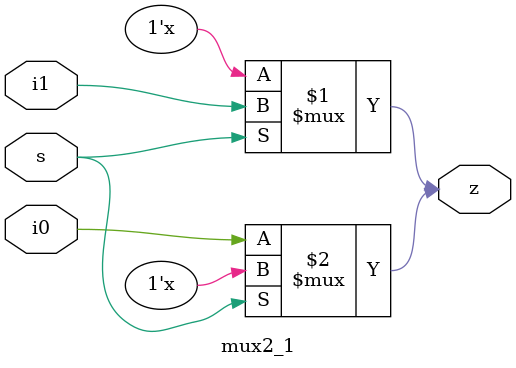
<source format=v>


`timescale 1ns / 1ns

module mux2_1 (z, i0, i1, s);

output z;
input i0, i1, s;

bufif1 (z, i1, s);
bufif0 (z, i0, s);

endmodule

</source>
